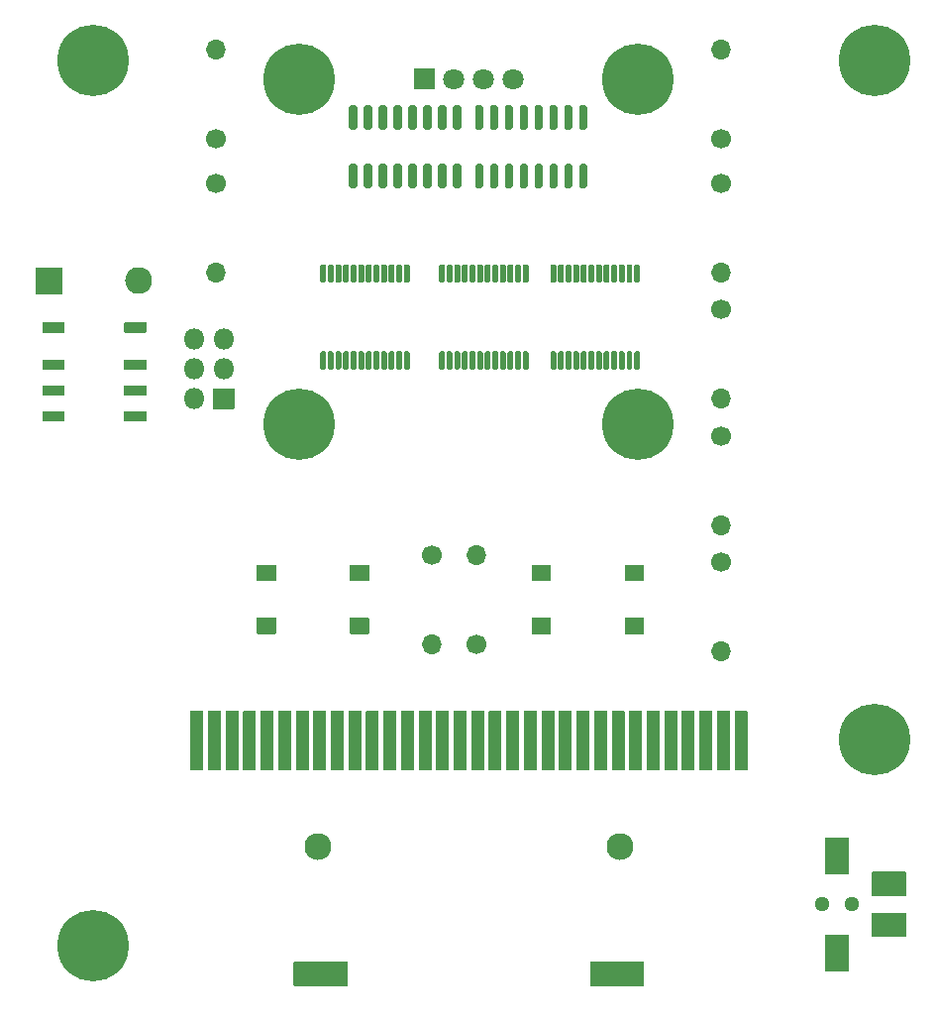
<source format=gbr>
%TF.GenerationSoftware,KiCad,Pcbnew,(5.1.7)-1*%
%TF.CreationDate,2021-08-14T14:26:18+02:00*%
%TF.ProjectId,dumper,64756d70-6572-42e6-9b69-6361645f7063,rev?*%
%TF.SameCoordinates,Original*%
%TF.FileFunction,Soldermask,Top*%
%TF.FilePolarity,Negative*%
%FSLAX46Y46*%
G04 Gerber Fmt 4.6, Leading zero omitted, Abs format (unit mm)*
G04 Created by KiCad (PCBNEW (5.1.7)-1) date 2021-08-14 14:26:18*
%MOMM*%
%LPD*%
G01*
G04 APERTURE LIST*
%ADD10C,6.100000*%
%ADD11C,1.800000*%
%ADD12O,2.300000X2.300000*%
%ADD13C,2.300000*%
%ADD14O,1.300000X1.300000*%
%ADD15O,1.700000X1.700000*%
%ADD16C,1.700000*%
%ADD17O,1.800000X1.800000*%
G04 APERTURE END LIST*
D10*
%TO.C,REF\u002A\u002A*%
X202280000Y-117340000D03*
%TD*%
%TO.C,REF\u002A\u002A*%
X135540000Y-134970000D03*
%TD*%
%TO.C,REF\u002A\u002A*%
X135540000Y-59340000D03*
%TD*%
%TO.C,REF\u002A\u002A*%
X202280000Y-59340000D03*
%TD*%
%TO.C,A2*%
X153162000Y-60960000D03*
X182118000Y-90424000D03*
X153162000Y-90424000D03*
X182118000Y-60960000D03*
G36*
G01*
X162930000Y-61810000D02*
X162930000Y-60110000D01*
G75*
G02*
X162980000Y-60060000I50000J0D01*
G01*
X164680000Y-60060000D01*
G75*
G02*
X164730000Y-60110000I0J-50000D01*
G01*
X164730000Y-61810000D01*
G75*
G02*
X164680000Y-61860000I-50000J0D01*
G01*
X162980000Y-61860000D01*
G75*
G02*
X162930000Y-61810000I0J50000D01*
G01*
G37*
D11*
X166370000Y-60960000D03*
X168910000Y-60960000D03*
X171450000Y-60960000D03*
%TD*%
D12*
%TO.C,D1*%
X139382500Y-78176120D03*
G36*
G01*
X130612500Y-79276120D02*
X130612500Y-77076120D01*
G75*
G02*
X130662500Y-77026120I50000J0D01*
G01*
X132862500Y-77026120D01*
G75*
G02*
X132912500Y-77076120I0J-50000D01*
G01*
X132912500Y-79276120D01*
G75*
G02*
X132862500Y-79326120I-50000J0D01*
G01*
X130662500Y-79326120D01*
G75*
G02*
X130612500Y-79276120I0J50000D01*
G01*
G37*
%TD*%
%TO.C,J1*%
G36*
G01*
X144940000Y-114960000D02*
X144940000Y-119960000D01*
G75*
G02*
X144890000Y-120010000I-50000J0D01*
G01*
X143890000Y-120010000D01*
G75*
G02*
X143840000Y-119960000I0J50000D01*
G01*
X143840000Y-114960000D01*
G75*
G02*
X143890000Y-114910000I50000J0D01*
G01*
X144890000Y-114910000D01*
G75*
G02*
X144940000Y-114960000I0J-50000D01*
G01*
G37*
G36*
G01*
X146440000Y-114960000D02*
X146440000Y-119960000D01*
G75*
G02*
X146390000Y-120010000I-50000J0D01*
G01*
X145390000Y-120010000D01*
G75*
G02*
X145340000Y-119960000I0J50000D01*
G01*
X145340000Y-114960000D01*
G75*
G02*
X145390000Y-114910000I50000J0D01*
G01*
X146390000Y-114910000D01*
G75*
G02*
X146440000Y-114960000I0J-50000D01*
G01*
G37*
G36*
G01*
X147940000Y-114960000D02*
X147940000Y-119960000D01*
G75*
G02*
X147890000Y-120010000I-50000J0D01*
G01*
X146890000Y-120010000D01*
G75*
G02*
X146840000Y-119960000I0J50000D01*
G01*
X146840000Y-114960000D01*
G75*
G02*
X146890000Y-114910000I50000J0D01*
G01*
X147890000Y-114910000D01*
G75*
G02*
X147940000Y-114960000I0J-50000D01*
G01*
G37*
G36*
G01*
X149440000Y-114960000D02*
X149440000Y-119960000D01*
G75*
G02*
X149390000Y-120010000I-50000J0D01*
G01*
X148390000Y-120010000D01*
G75*
G02*
X148340000Y-119960000I0J50000D01*
G01*
X148340000Y-114960000D01*
G75*
G02*
X148390000Y-114910000I50000J0D01*
G01*
X149390000Y-114910000D01*
G75*
G02*
X149440000Y-114960000I0J-50000D01*
G01*
G37*
G36*
G01*
X150940000Y-114960000D02*
X150940000Y-119960000D01*
G75*
G02*
X150890000Y-120010000I-50000J0D01*
G01*
X149890000Y-120010000D01*
G75*
G02*
X149840000Y-119960000I0J50000D01*
G01*
X149840000Y-114960000D01*
G75*
G02*
X149890000Y-114910000I50000J0D01*
G01*
X150890000Y-114910000D01*
G75*
G02*
X150940000Y-114960000I0J-50000D01*
G01*
G37*
G36*
G01*
X152440000Y-114960000D02*
X152440000Y-119960000D01*
G75*
G02*
X152390000Y-120010000I-50000J0D01*
G01*
X151390000Y-120010000D01*
G75*
G02*
X151340000Y-119960000I0J50000D01*
G01*
X151340000Y-114960000D01*
G75*
G02*
X151390000Y-114910000I50000J0D01*
G01*
X152390000Y-114910000D01*
G75*
G02*
X152440000Y-114960000I0J-50000D01*
G01*
G37*
G36*
G01*
X153940000Y-114960000D02*
X153940000Y-119960000D01*
G75*
G02*
X153890000Y-120010000I-50000J0D01*
G01*
X152890000Y-120010000D01*
G75*
G02*
X152840000Y-119960000I0J50000D01*
G01*
X152840000Y-114960000D01*
G75*
G02*
X152890000Y-114910000I50000J0D01*
G01*
X153890000Y-114910000D01*
G75*
G02*
X153940000Y-114960000I0J-50000D01*
G01*
G37*
G36*
G01*
X155440000Y-114960000D02*
X155440000Y-119960000D01*
G75*
G02*
X155390000Y-120010000I-50000J0D01*
G01*
X154390000Y-120010000D01*
G75*
G02*
X154340000Y-119960000I0J50000D01*
G01*
X154340000Y-114960000D01*
G75*
G02*
X154390000Y-114910000I50000J0D01*
G01*
X155390000Y-114910000D01*
G75*
G02*
X155440000Y-114960000I0J-50000D01*
G01*
G37*
G36*
G01*
X156940000Y-114960000D02*
X156940000Y-119960000D01*
G75*
G02*
X156890000Y-120010000I-50000J0D01*
G01*
X155890000Y-120010000D01*
G75*
G02*
X155840000Y-119960000I0J50000D01*
G01*
X155840000Y-114960000D01*
G75*
G02*
X155890000Y-114910000I50000J0D01*
G01*
X156890000Y-114910000D01*
G75*
G02*
X156940000Y-114960000I0J-50000D01*
G01*
G37*
G36*
G01*
X158440000Y-114960000D02*
X158440000Y-119960000D01*
G75*
G02*
X158390000Y-120010000I-50000J0D01*
G01*
X157390000Y-120010000D01*
G75*
G02*
X157340000Y-119960000I0J50000D01*
G01*
X157340000Y-114960000D01*
G75*
G02*
X157390000Y-114910000I50000J0D01*
G01*
X158390000Y-114910000D01*
G75*
G02*
X158440000Y-114960000I0J-50000D01*
G01*
G37*
G36*
G01*
X159940000Y-114960000D02*
X159940000Y-119960000D01*
G75*
G02*
X159890000Y-120010000I-50000J0D01*
G01*
X158890000Y-120010000D01*
G75*
G02*
X158840000Y-119960000I0J50000D01*
G01*
X158840000Y-114960000D01*
G75*
G02*
X158890000Y-114910000I50000J0D01*
G01*
X159890000Y-114910000D01*
G75*
G02*
X159940000Y-114960000I0J-50000D01*
G01*
G37*
G36*
G01*
X161440000Y-114960000D02*
X161440000Y-119960000D01*
G75*
G02*
X161390000Y-120010000I-50000J0D01*
G01*
X160390000Y-120010000D01*
G75*
G02*
X160340000Y-119960000I0J50000D01*
G01*
X160340000Y-114960000D01*
G75*
G02*
X160390000Y-114910000I50000J0D01*
G01*
X161390000Y-114910000D01*
G75*
G02*
X161440000Y-114960000I0J-50000D01*
G01*
G37*
G36*
G01*
X162940000Y-114960000D02*
X162940000Y-119960000D01*
G75*
G02*
X162890000Y-120010000I-50000J0D01*
G01*
X161890000Y-120010000D01*
G75*
G02*
X161840000Y-119960000I0J50000D01*
G01*
X161840000Y-114960000D01*
G75*
G02*
X161890000Y-114910000I50000J0D01*
G01*
X162890000Y-114910000D01*
G75*
G02*
X162940000Y-114960000I0J-50000D01*
G01*
G37*
G36*
G01*
X164440000Y-114960000D02*
X164440000Y-119960000D01*
G75*
G02*
X164390000Y-120010000I-50000J0D01*
G01*
X163390000Y-120010000D01*
G75*
G02*
X163340000Y-119960000I0J50000D01*
G01*
X163340000Y-114960000D01*
G75*
G02*
X163390000Y-114910000I50000J0D01*
G01*
X164390000Y-114910000D01*
G75*
G02*
X164440000Y-114960000I0J-50000D01*
G01*
G37*
G36*
G01*
X165940000Y-114960000D02*
X165940000Y-119960000D01*
G75*
G02*
X165890000Y-120010000I-50000J0D01*
G01*
X164890000Y-120010000D01*
G75*
G02*
X164840000Y-119960000I0J50000D01*
G01*
X164840000Y-114960000D01*
G75*
G02*
X164890000Y-114910000I50000J0D01*
G01*
X165890000Y-114910000D01*
G75*
G02*
X165940000Y-114960000I0J-50000D01*
G01*
G37*
G36*
G01*
X167440000Y-114960000D02*
X167440000Y-119960000D01*
G75*
G02*
X167390000Y-120010000I-50000J0D01*
G01*
X166390000Y-120010000D01*
G75*
G02*
X166340000Y-119960000I0J50000D01*
G01*
X166340000Y-114960000D01*
G75*
G02*
X166390000Y-114910000I50000J0D01*
G01*
X167390000Y-114910000D01*
G75*
G02*
X167440000Y-114960000I0J-50000D01*
G01*
G37*
G36*
G01*
X168940000Y-114960000D02*
X168940000Y-119960000D01*
G75*
G02*
X168890000Y-120010000I-50000J0D01*
G01*
X167890000Y-120010000D01*
G75*
G02*
X167840000Y-119960000I0J50000D01*
G01*
X167840000Y-114960000D01*
G75*
G02*
X167890000Y-114910000I50000J0D01*
G01*
X168890000Y-114910000D01*
G75*
G02*
X168940000Y-114960000I0J-50000D01*
G01*
G37*
G36*
G01*
X171940000Y-114960000D02*
X171940000Y-119960000D01*
G75*
G02*
X171890000Y-120010000I-50000J0D01*
G01*
X170890000Y-120010000D01*
G75*
G02*
X170840000Y-119960000I0J50000D01*
G01*
X170840000Y-114960000D01*
G75*
G02*
X170890000Y-114910000I50000J0D01*
G01*
X171890000Y-114910000D01*
G75*
G02*
X171940000Y-114960000I0J-50000D01*
G01*
G37*
G36*
G01*
X173440000Y-114960000D02*
X173440000Y-119960000D01*
G75*
G02*
X173390000Y-120010000I-50000J0D01*
G01*
X172390000Y-120010000D01*
G75*
G02*
X172340000Y-119960000I0J50000D01*
G01*
X172340000Y-114960000D01*
G75*
G02*
X172390000Y-114910000I50000J0D01*
G01*
X173390000Y-114910000D01*
G75*
G02*
X173440000Y-114960000I0J-50000D01*
G01*
G37*
G36*
G01*
X174940000Y-114960000D02*
X174940000Y-119960000D01*
G75*
G02*
X174890000Y-120010000I-50000J0D01*
G01*
X173890000Y-120010000D01*
G75*
G02*
X173840000Y-119960000I0J50000D01*
G01*
X173840000Y-114960000D01*
G75*
G02*
X173890000Y-114910000I50000J0D01*
G01*
X174890000Y-114910000D01*
G75*
G02*
X174940000Y-114960000I0J-50000D01*
G01*
G37*
G36*
G01*
X176440000Y-114960000D02*
X176440000Y-119960000D01*
G75*
G02*
X176390000Y-120010000I-50000J0D01*
G01*
X175390000Y-120010000D01*
G75*
G02*
X175340000Y-119960000I0J50000D01*
G01*
X175340000Y-114960000D01*
G75*
G02*
X175390000Y-114910000I50000J0D01*
G01*
X176390000Y-114910000D01*
G75*
G02*
X176440000Y-114960000I0J-50000D01*
G01*
G37*
G36*
G01*
X177940000Y-114960000D02*
X177940000Y-119960000D01*
G75*
G02*
X177890000Y-120010000I-50000J0D01*
G01*
X176890000Y-120010000D01*
G75*
G02*
X176840000Y-119960000I0J50000D01*
G01*
X176840000Y-114960000D01*
G75*
G02*
X176890000Y-114910000I50000J0D01*
G01*
X177890000Y-114910000D01*
G75*
G02*
X177940000Y-114960000I0J-50000D01*
G01*
G37*
G36*
G01*
X179440000Y-114960000D02*
X179440000Y-119960000D01*
G75*
G02*
X179390000Y-120010000I-50000J0D01*
G01*
X178390000Y-120010000D01*
G75*
G02*
X178340000Y-119960000I0J50000D01*
G01*
X178340000Y-114960000D01*
G75*
G02*
X178390000Y-114910000I50000J0D01*
G01*
X179390000Y-114910000D01*
G75*
G02*
X179440000Y-114960000I0J-50000D01*
G01*
G37*
G36*
G01*
X180940000Y-114960000D02*
X180940000Y-119960000D01*
G75*
G02*
X180890000Y-120010000I-50000J0D01*
G01*
X179890000Y-120010000D01*
G75*
G02*
X179840000Y-119960000I0J50000D01*
G01*
X179840000Y-114960000D01*
G75*
G02*
X179890000Y-114910000I50000J0D01*
G01*
X180890000Y-114910000D01*
G75*
G02*
X180940000Y-114960000I0J-50000D01*
G01*
G37*
G36*
G01*
X182440000Y-114960000D02*
X182440000Y-119960000D01*
G75*
G02*
X182390000Y-120010000I-50000J0D01*
G01*
X181390000Y-120010000D01*
G75*
G02*
X181340000Y-119960000I0J50000D01*
G01*
X181340000Y-114960000D01*
G75*
G02*
X181390000Y-114910000I50000J0D01*
G01*
X182390000Y-114910000D01*
G75*
G02*
X182440000Y-114960000I0J-50000D01*
G01*
G37*
G36*
G01*
X183940000Y-114960000D02*
X183940000Y-119960000D01*
G75*
G02*
X183890000Y-120010000I-50000J0D01*
G01*
X182890000Y-120010000D01*
G75*
G02*
X182840000Y-119960000I0J50000D01*
G01*
X182840000Y-114960000D01*
G75*
G02*
X182890000Y-114910000I50000J0D01*
G01*
X183890000Y-114910000D01*
G75*
G02*
X183940000Y-114960000I0J-50000D01*
G01*
G37*
G36*
G01*
X185440000Y-114960000D02*
X185440000Y-119960000D01*
G75*
G02*
X185390000Y-120010000I-50000J0D01*
G01*
X184390000Y-120010000D01*
G75*
G02*
X184340000Y-119960000I0J50000D01*
G01*
X184340000Y-114960000D01*
G75*
G02*
X184390000Y-114910000I50000J0D01*
G01*
X185390000Y-114910000D01*
G75*
G02*
X185440000Y-114960000I0J-50000D01*
G01*
G37*
G36*
G01*
X186940000Y-114960000D02*
X186940000Y-119960000D01*
G75*
G02*
X186890000Y-120010000I-50000J0D01*
G01*
X185890000Y-120010000D01*
G75*
G02*
X185840000Y-119960000I0J50000D01*
G01*
X185840000Y-114960000D01*
G75*
G02*
X185890000Y-114910000I50000J0D01*
G01*
X186890000Y-114910000D01*
G75*
G02*
X186940000Y-114960000I0J-50000D01*
G01*
G37*
G36*
G01*
X188440000Y-114960000D02*
X188440000Y-119960000D01*
G75*
G02*
X188390000Y-120010000I-50000J0D01*
G01*
X187390000Y-120010000D01*
G75*
G02*
X187340000Y-119960000I0J50000D01*
G01*
X187340000Y-114960000D01*
G75*
G02*
X187390000Y-114910000I50000J0D01*
G01*
X188390000Y-114910000D01*
G75*
G02*
X188440000Y-114960000I0J-50000D01*
G01*
G37*
G36*
G01*
X189940000Y-114960000D02*
X189940000Y-119960000D01*
G75*
G02*
X189890000Y-120010000I-50000J0D01*
G01*
X188890000Y-120010000D01*
G75*
G02*
X188840000Y-119960000I0J50000D01*
G01*
X188840000Y-114960000D01*
G75*
G02*
X188890000Y-114910000I50000J0D01*
G01*
X189890000Y-114910000D01*
G75*
G02*
X189940000Y-114960000I0J-50000D01*
G01*
G37*
G36*
G01*
X170440000Y-114960000D02*
X170440000Y-119960000D01*
G75*
G02*
X170390000Y-120010000I-50000J0D01*
G01*
X169390000Y-120010000D01*
G75*
G02*
X169340000Y-119960000I0J50000D01*
G01*
X169340000Y-114960000D01*
G75*
G02*
X169390000Y-114910000I50000J0D01*
G01*
X170390000Y-114910000D01*
G75*
G02*
X170440000Y-114960000I0J-50000D01*
G01*
G37*
G36*
G01*
X191440000Y-114960000D02*
X191440000Y-119960000D01*
G75*
G02*
X191390000Y-120010000I-50000J0D01*
G01*
X190390000Y-120010000D01*
G75*
G02*
X190340000Y-119960000I0J50000D01*
G01*
X190340000Y-114960000D01*
G75*
G02*
X190390000Y-114910000I50000J0D01*
G01*
X191390000Y-114910000D01*
G75*
G02*
X191440000Y-114960000I0J-50000D01*
G01*
G37*
G36*
G01*
X182622040Y-136380800D02*
X182622040Y-138380800D01*
G75*
G02*
X182572040Y-138430800I-50000J0D01*
G01*
X178072040Y-138430800D01*
G75*
G02*
X178022040Y-138380800I0J50000D01*
G01*
X178022040Y-136380800D01*
G75*
G02*
X178072040Y-136330800I50000J0D01*
G01*
X182572040Y-136330800D01*
G75*
G02*
X182622040Y-136380800I0J-50000D01*
G01*
G37*
G36*
G01*
X157257960Y-136380800D02*
X157257960Y-138380800D01*
G75*
G02*
X157207960Y-138430800I-50000J0D01*
G01*
X152707960Y-138430800D01*
G75*
G02*
X152657960Y-138380800I0J50000D01*
G01*
X152657960Y-136380800D01*
G75*
G02*
X152707960Y-136330800I50000J0D01*
G01*
X157207960Y-136330800D01*
G75*
G02*
X157257960Y-136380800I0J-50000D01*
G01*
G37*
D13*
X154707960Y-126507240D03*
X180572040Y-126507240D03*
%TD*%
%TO.C,U5*%
G36*
G01*
X162200000Y-84205000D02*
X162450000Y-84205000D01*
G75*
G02*
X162575000Y-84330000I0J-125000D01*
G01*
X162575000Y-85655000D01*
G75*
G02*
X162450000Y-85780000I-125000J0D01*
G01*
X162200000Y-85780000D01*
G75*
G02*
X162075000Y-85655000I0J125000D01*
G01*
X162075000Y-84330000D01*
G75*
G02*
X162200000Y-84205000I125000J0D01*
G01*
G37*
G36*
G01*
X161550000Y-84205000D02*
X161800000Y-84205000D01*
G75*
G02*
X161925000Y-84330000I0J-125000D01*
G01*
X161925000Y-85655000D01*
G75*
G02*
X161800000Y-85780000I-125000J0D01*
G01*
X161550000Y-85780000D01*
G75*
G02*
X161425000Y-85655000I0J125000D01*
G01*
X161425000Y-84330000D01*
G75*
G02*
X161550000Y-84205000I125000J0D01*
G01*
G37*
G36*
G01*
X160900000Y-84205000D02*
X161150000Y-84205000D01*
G75*
G02*
X161275000Y-84330000I0J-125000D01*
G01*
X161275000Y-85655000D01*
G75*
G02*
X161150000Y-85780000I-125000J0D01*
G01*
X160900000Y-85780000D01*
G75*
G02*
X160775000Y-85655000I0J125000D01*
G01*
X160775000Y-84330000D01*
G75*
G02*
X160900000Y-84205000I125000J0D01*
G01*
G37*
G36*
G01*
X160250000Y-84205000D02*
X160500000Y-84205000D01*
G75*
G02*
X160625000Y-84330000I0J-125000D01*
G01*
X160625000Y-85655000D01*
G75*
G02*
X160500000Y-85780000I-125000J0D01*
G01*
X160250000Y-85780000D01*
G75*
G02*
X160125000Y-85655000I0J125000D01*
G01*
X160125000Y-84330000D01*
G75*
G02*
X160250000Y-84205000I125000J0D01*
G01*
G37*
G36*
G01*
X159600000Y-84205000D02*
X159850000Y-84205000D01*
G75*
G02*
X159975000Y-84330000I0J-125000D01*
G01*
X159975000Y-85655000D01*
G75*
G02*
X159850000Y-85780000I-125000J0D01*
G01*
X159600000Y-85780000D01*
G75*
G02*
X159475000Y-85655000I0J125000D01*
G01*
X159475000Y-84330000D01*
G75*
G02*
X159600000Y-84205000I125000J0D01*
G01*
G37*
G36*
G01*
X158950000Y-84205000D02*
X159200000Y-84205000D01*
G75*
G02*
X159325000Y-84330000I0J-125000D01*
G01*
X159325000Y-85655000D01*
G75*
G02*
X159200000Y-85780000I-125000J0D01*
G01*
X158950000Y-85780000D01*
G75*
G02*
X158825000Y-85655000I0J125000D01*
G01*
X158825000Y-84330000D01*
G75*
G02*
X158950000Y-84205000I125000J0D01*
G01*
G37*
G36*
G01*
X158300000Y-84205000D02*
X158550000Y-84205000D01*
G75*
G02*
X158675000Y-84330000I0J-125000D01*
G01*
X158675000Y-85655000D01*
G75*
G02*
X158550000Y-85780000I-125000J0D01*
G01*
X158300000Y-85780000D01*
G75*
G02*
X158175000Y-85655000I0J125000D01*
G01*
X158175000Y-84330000D01*
G75*
G02*
X158300000Y-84205000I125000J0D01*
G01*
G37*
G36*
G01*
X157650000Y-84205000D02*
X157900000Y-84205000D01*
G75*
G02*
X158025000Y-84330000I0J-125000D01*
G01*
X158025000Y-85655000D01*
G75*
G02*
X157900000Y-85780000I-125000J0D01*
G01*
X157650000Y-85780000D01*
G75*
G02*
X157525000Y-85655000I0J125000D01*
G01*
X157525000Y-84330000D01*
G75*
G02*
X157650000Y-84205000I125000J0D01*
G01*
G37*
G36*
G01*
X157000000Y-84205000D02*
X157250000Y-84205000D01*
G75*
G02*
X157375000Y-84330000I0J-125000D01*
G01*
X157375000Y-85655000D01*
G75*
G02*
X157250000Y-85780000I-125000J0D01*
G01*
X157000000Y-85780000D01*
G75*
G02*
X156875000Y-85655000I0J125000D01*
G01*
X156875000Y-84330000D01*
G75*
G02*
X157000000Y-84205000I125000J0D01*
G01*
G37*
G36*
G01*
X156350000Y-84205000D02*
X156600000Y-84205000D01*
G75*
G02*
X156725000Y-84330000I0J-125000D01*
G01*
X156725000Y-85655000D01*
G75*
G02*
X156600000Y-85780000I-125000J0D01*
G01*
X156350000Y-85780000D01*
G75*
G02*
X156225000Y-85655000I0J125000D01*
G01*
X156225000Y-84330000D01*
G75*
G02*
X156350000Y-84205000I125000J0D01*
G01*
G37*
G36*
G01*
X155700000Y-84205000D02*
X155950000Y-84205000D01*
G75*
G02*
X156075000Y-84330000I0J-125000D01*
G01*
X156075000Y-85655000D01*
G75*
G02*
X155950000Y-85780000I-125000J0D01*
G01*
X155700000Y-85780000D01*
G75*
G02*
X155575000Y-85655000I0J125000D01*
G01*
X155575000Y-84330000D01*
G75*
G02*
X155700000Y-84205000I125000J0D01*
G01*
G37*
G36*
G01*
X155050000Y-84205000D02*
X155300000Y-84205000D01*
G75*
G02*
X155425000Y-84330000I0J-125000D01*
G01*
X155425000Y-85655000D01*
G75*
G02*
X155300000Y-85780000I-125000J0D01*
G01*
X155050000Y-85780000D01*
G75*
G02*
X154925000Y-85655000I0J125000D01*
G01*
X154925000Y-84330000D01*
G75*
G02*
X155050000Y-84205000I125000J0D01*
G01*
G37*
G36*
G01*
X155050000Y-76780000D02*
X155300000Y-76780000D01*
G75*
G02*
X155425000Y-76905000I0J-125000D01*
G01*
X155425000Y-78230000D01*
G75*
G02*
X155300000Y-78355000I-125000J0D01*
G01*
X155050000Y-78355000D01*
G75*
G02*
X154925000Y-78230000I0J125000D01*
G01*
X154925000Y-76905000D01*
G75*
G02*
X155050000Y-76780000I125000J0D01*
G01*
G37*
G36*
G01*
X155700000Y-76780000D02*
X155950000Y-76780000D01*
G75*
G02*
X156075000Y-76905000I0J-125000D01*
G01*
X156075000Y-78230000D01*
G75*
G02*
X155950000Y-78355000I-125000J0D01*
G01*
X155700000Y-78355000D01*
G75*
G02*
X155575000Y-78230000I0J125000D01*
G01*
X155575000Y-76905000D01*
G75*
G02*
X155700000Y-76780000I125000J0D01*
G01*
G37*
G36*
G01*
X156350000Y-76780000D02*
X156600000Y-76780000D01*
G75*
G02*
X156725000Y-76905000I0J-125000D01*
G01*
X156725000Y-78230000D01*
G75*
G02*
X156600000Y-78355000I-125000J0D01*
G01*
X156350000Y-78355000D01*
G75*
G02*
X156225000Y-78230000I0J125000D01*
G01*
X156225000Y-76905000D01*
G75*
G02*
X156350000Y-76780000I125000J0D01*
G01*
G37*
G36*
G01*
X157000000Y-76780000D02*
X157250000Y-76780000D01*
G75*
G02*
X157375000Y-76905000I0J-125000D01*
G01*
X157375000Y-78230000D01*
G75*
G02*
X157250000Y-78355000I-125000J0D01*
G01*
X157000000Y-78355000D01*
G75*
G02*
X156875000Y-78230000I0J125000D01*
G01*
X156875000Y-76905000D01*
G75*
G02*
X157000000Y-76780000I125000J0D01*
G01*
G37*
G36*
G01*
X157650000Y-76780000D02*
X157900000Y-76780000D01*
G75*
G02*
X158025000Y-76905000I0J-125000D01*
G01*
X158025000Y-78230000D01*
G75*
G02*
X157900000Y-78355000I-125000J0D01*
G01*
X157650000Y-78355000D01*
G75*
G02*
X157525000Y-78230000I0J125000D01*
G01*
X157525000Y-76905000D01*
G75*
G02*
X157650000Y-76780000I125000J0D01*
G01*
G37*
G36*
G01*
X158300000Y-76780000D02*
X158550000Y-76780000D01*
G75*
G02*
X158675000Y-76905000I0J-125000D01*
G01*
X158675000Y-78230000D01*
G75*
G02*
X158550000Y-78355000I-125000J0D01*
G01*
X158300000Y-78355000D01*
G75*
G02*
X158175000Y-78230000I0J125000D01*
G01*
X158175000Y-76905000D01*
G75*
G02*
X158300000Y-76780000I125000J0D01*
G01*
G37*
G36*
G01*
X158950000Y-76780000D02*
X159200000Y-76780000D01*
G75*
G02*
X159325000Y-76905000I0J-125000D01*
G01*
X159325000Y-78230000D01*
G75*
G02*
X159200000Y-78355000I-125000J0D01*
G01*
X158950000Y-78355000D01*
G75*
G02*
X158825000Y-78230000I0J125000D01*
G01*
X158825000Y-76905000D01*
G75*
G02*
X158950000Y-76780000I125000J0D01*
G01*
G37*
G36*
G01*
X159600000Y-76780000D02*
X159850000Y-76780000D01*
G75*
G02*
X159975000Y-76905000I0J-125000D01*
G01*
X159975000Y-78230000D01*
G75*
G02*
X159850000Y-78355000I-125000J0D01*
G01*
X159600000Y-78355000D01*
G75*
G02*
X159475000Y-78230000I0J125000D01*
G01*
X159475000Y-76905000D01*
G75*
G02*
X159600000Y-76780000I125000J0D01*
G01*
G37*
G36*
G01*
X160250000Y-76780000D02*
X160500000Y-76780000D01*
G75*
G02*
X160625000Y-76905000I0J-125000D01*
G01*
X160625000Y-78230000D01*
G75*
G02*
X160500000Y-78355000I-125000J0D01*
G01*
X160250000Y-78355000D01*
G75*
G02*
X160125000Y-78230000I0J125000D01*
G01*
X160125000Y-76905000D01*
G75*
G02*
X160250000Y-76780000I125000J0D01*
G01*
G37*
G36*
G01*
X160900000Y-76780000D02*
X161150000Y-76780000D01*
G75*
G02*
X161275000Y-76905000I0J-125000D01*
G01*
X161275000Y-78230000D01*
G75*
G02*
X161150000Y-78355000I-125000J0D01*
G01*
X160900000Y-78355000D01*
G75*
G02*
X160775000Y-78230000I0J125000D01*
G01*
X160775000Y-76905000D01*
G75*
G02*
X160900000Y-76780000I125000J0D01*
G01*
G37*
G36*
G01*
X161550000Y-76780000D02*
X161800000Y-76780000D01*
G75*
G02*
X161925000Y-76905000I0J-125000D01*
G01*
X161925000Y-78230000D01*
G75*
G02*
X161800000Y-78355000I-125000J0D01*
G01*
X161550000Y-78355000D01*
G75*
G02*
X161425000Y-78230000I0J125000D01*
G01*
X161425000Y-76905000D01*
G75*
G02*
X161550000Y-76780000I125000J0D01*
G01*
G37*
G36*
G01*
X162200000Y-76780000D02*
X162450000Y-76780000D01*
G75*
G02*
X162575000Y-76905000I0J-125000D01*
G01*
X162575000Y-78230000D01*
G75*
G02*
X162450000Y-78355000I-125000J0D01*
G01*
X162200000Y-78355000D01*
G75*
G02*
X162075000Y-78230000I0J125000D01*
G01*
X162075000Y-76905000D01*
G75*
G02*
X162200000Y-76780000I125000J0D01*
G01*
G37*
%TD*%
%TO.C,U4*%
G36*
G01*
X172360000Y-84205000D02*
X172610000Y-84205000D01*
G75*
G02*
X172735000Y-84330000I0J-125000D01*
G01*
X172735000Y-85655000D01*
G75*
G02*
X172610000Y-85780000I-125000J0D01*
G01*
X172360000Y-85780000D01*
G75*
G02*
X172235000Y-85655000I0J125000D01*
G01*
X172235000Y-84330000D01*
G75*
G02*
X172360000Y-84205000I125000J0D01*
G01*
G37*
G36*
G01*
X171710000Y-84205000D02*
X171960000Y-84205000D01*
G75*
G02*
X172085000Y-84330000I0J-125000D01*
G01*
X172085000Y-85655000D01*
G75*
G02*
X171960000Y-85780000I-125000J0D01*
G01*
X171710000Y-85780000D01*
G75*
G02*
X171585000Y-85655000I0J125000D01*
G01*
X171585000Y-84330000D01*
G75*
G02*
X171710000Y-84205000I125000J0D01*
G01*
G37*
G36*
G01*
X171060000Y-84205000D02*
X171310000Y-84205000D01*
G75*
G02*
X171435000Y-84330000I0J-125000D01*
G01*
X171435000Y-85655000D01*
G75*
G02*
X171310000Y-85780000I-125000J0D01*
G01*
X171060000Y-85780000D01*
G75*
G02*
X170935000Y-85655000I0J125000D01*
G01*
X170935000Y-84330000D01*
G75*
G02*
X171060000Y-84205000I125000J0D01*
G01*
G37*
G36*
G01*
X170410000Y-84205000D02*
X170660000Y-84205000D01*
G75*
G02*
X170785000Y-84330000I0J-125000D01*
G01*
X170785000Y-85655000D01*
G75*
G02*
X170660000Y-85780000I-125000J0D01*
G01*
X170410000Y-85780000D01*
G75*
G02*
X170285000Y-85655000I0J125000D01*
G01*
X170285000Y-84330000D01*
G75*
G02*
X170410000Y-84205000I125000J0D01*
G01*
G37*
G36*
G01*
X169760000Y-84205000D02*
X170010000Y-84205000D01*
G75*
G02*
X170135000Y-84330000I0J-125000D01*
G01*
X170135000Y-85655000D01*
G75*
G02*
X170010000Y-85780000I-125000J0D01*
G01*
X169760000Y-85780000D01*
G75*
G02*
X169635000Y-85655000I0J125000D01*
G01*
X169635000Y-84330000D01*
G75*
G02*
X169760000Y-84205000I125000J0D01*
G01*
G37*
G36*
G01*
X169110000Y-84205000D02*
X169360000Y-84205000D01*
G75*
G02*
X169485000Y-84330000I0J-125000D01*
G01*
X169485000Y-85655000D01*
G75*
G02*
X169360000Y-85780000I-125000J0D01*
G01*
X169110000Y-85780000D01*
G75*
G02*
X168985000Y-85655000I0J125000D01*
G01*
X168985000Y-84330000D01*
G75*
G02*
X169110000Y-84205000I125000J0D01*
G01*
G37*
G36*
G01*
X168460000Y-84205000D02*
X168710000Y-84205000D01*
G75*
G02*
X168835000Y-84330000I0J-125000D01*
G01*
X168835000Y-85655000D01*
G75*
G02*
X168710000Y-85780000I-125000J0D01*
G01*
X168460000Y-85780000D01*
G75*
G02*
X168335000Y-85655000I0J125000D01*
G01*
X168335000Y-84330000D01*
G75*
G02*
X168460000Y-84205000I125000J0D01*
G01*
G37*
G36*
G01*
X167810000Y-84205000D02*
X168060000Y-84205000D01*
G75*
G02*
X168185000Y-84330000I0J-125000D01*
G01*
X168185000Y-85655000D01*
G75*
G02*
X168060000Y-85780000I-125000J0D01*
G01*
X167810000Y-85780000D01*
G75*
G02*
X167685000Y-85655000I0J125000D01*
G01*
X167685000Y-84330000D01*
G75*
G02*
X167810000Y-84205000I125000J0D01*
G01*
G37*
G36*
G01*
X167160000Y-84205000D02*
X167410000Y-84205000D01*
G75*
G02*
X167535000Y-84330000I0J-125000D01*
G01*
X167535000Y-85655000D01*
G75*
G02*
X167410000Y-85780000I-125000J0D01*
G01*
X167160000Y-85780000D01*
G75*
G02*
X167035000Y-85655000I0J125000D01*
G01*
X167035000Y-84330000D01*
G75*
G02*
X167160000Y-84205000I125000J0D01*
G01*
G37*
G36*
G01*
X166510000Y-84205000D02*
X166760000Y-84205000D01*
G75*
G02*
X166885000Y-84330000I0J-125000D01*
G01*
X166885000Y-85655000D01*
G75*
G02*
X166760000Y-85780000I-125000J0D01*
G01*
X166510000Y-85780000D01*
G75*
G02*
X166385000Y-85655000I0J125000D01*
G01*
X166385000Y-84330000D01*
G75*
G02*
X166510000Y-84205000I125000J0D01*
G01*
G37*
G36*
G01*
X165860000Y-84205000D02*
X166110000Y-84205000D01*
G75*
G02*
X166235000Y-84330000I0J-125000D01*
G01*
X166235000Y-85655000D01*
G75*
G02*
X166110000Y-85780000I-125000J0D01*
G01*
X165860000Y-85780000D01*
G75*
G02*
X165735000Y-85655000I0J125000D01*
G01*
X165735000Y-84330000D01*
G75*
G02*
X165860000Y-84205000I125000J0D01*
G01*
G37*
G36*
G01*
X165210000Y-84205000D02*
X165460000Y-84205000D01*
G75*
G02*
X165585000Y-84330000I0J-125000D01*
G01*
X165585000Y-85655000D01*
G75*
G02*
X165460000Y-85780000I-125000J0D01*
G01*
X165210000Y-85780000D01*
G75*
G02*
X165085000Y-85655000I0J125000D01*
G01*
X165085000Y-84330000D01*
G75*
G02*
X165210000Y-84205000I125000J0D01*
G01*
G37*
G36*
G01*
X165210000Y-76780000D02*
X165460000Y-76780000D01*
G75*
G02*
X165585000Y-76905000I0J-125000D01*
G01*
X165585000Y-78230000D01*
G75*
G02*
X165460000Y-78355000I-125000J0D01*
G01*
X165210000Y-78355000D01*
G75*
G02*
X165085000Y-78230000I0J125000D01*
G01*
X165085000Y-76905000D01*
G75*
G02*
X165210000Y-76780000I125000J0D01*
G01*
G37*
G36*
G01*
X165860000Y-76780000D02*
X166110000Y-76780000D01*
G75*
G02*
X166235000Y-76905000I0J-125000D01*
G01*
X166235000Y-78230000D01*
G75*
G02*
X166110000Y-78355000I-125000J0D01*
G01*
X165860000Y-78355000D01*
G75*
G02*
X165735000Y-78230000I0J125000D01*
G01*
X165735000Y-76905000D01*
G75*
G02*
X165860000Y-76780000I125000J0D01*
G01*
G37*
G36*
G01*
X166510000Y-76780000D02*
X166760000Y-76780000D01*
G75*
G02*
X166885000Y-76905000I0J-125000D01*
G01*
X166885000Y-78230000D01*
G75*
G02*
X166760000Y-78355000I-125000J0D01*
G01*
X166510000Y-78355000D01*
G75*
G02*
X166385000Y-78230000I0J125000D01*
G01*
X166385000Y-76905000D01*
G75*
G02*
X166510000Y-76780000I125000J0D01*
G01*
G37*
G36*
G01*
X167160000Y-76780000D02*
X167410000Y-76780000D01*
G75*
G02*
X167535000Y-76905000I0J-125000D01*
G01*
X167535000Y-78230000D01*
G75*
G02*
X167410000Y-78355000I-125000J0D01*
G01*
X167160000Y-78355000D01*
G75*
G02*
X167035000Y-78230000I0J125000D01*
G01*
X167035000Y-76905000D01*
G75*
G02*
X167160000Y-76780000I125000J0D01*
G01*
G37*
G36*
G01*
X167810000Y-76780000D02*
X168060000Y-76780000D01*
G75*
G02*
X168185000Y-76905000I0J-125000D01*
G01*
X168185000Y-78230000D01*
G75*
G02*
X168060000Y-78355000I-125000J0D01*
G01*
X167810000Y-78355000D01*
G75*
G02*
X167685000Y-78230000I0J125000D01*
G01*
X167685000Y-76905000D01*
G75*
G02*
X167810000Y-76780000I125000J0D01*
G01*
G37*
G36*
G01*
X168460000Y-76780000D02*
X168710000Y-76780000D01*
G75*
G02*
X168835000Y-76905000I0J-125000D01*
G01*
X168835000Y-78230000D01*
G75*
G02*
X168710000Y-78355000I-125000J0D01*
G01*
X168460000Y-78355000D01*
G75*
G02*
X168335000Y-78230000I0J125000D01*
G01*
X168335000Y-76905000D01*
G75*
G02*
X168460000Y-76780000I125000J0D01*
G01*
G37*
G36*
G01*
X169110000Y-76780000D02*
X169360000Y-76780000D01*
G75*
G02*
X169485000Y-76905000I0J-125000D01*
G01*
X169485000Y-78230000D01*
G75*
G02*
X169360000Y-78355000I-125000J0D01*
G01*
X169110000Y-78355000D01*
G75*
G02*
X168985000Y-78230000I0J125000D01*
G01*
X168985000Y-76905000D01*
G75*
G02*
X169110000Y-76780000I125000J0D01*
G01*
G37*
G36*
G01*
X169760000Y-76780000D02*
X170010000Y-76780000D01*
G75*
G02*
X170135000Y-76905000I0J-125000D01*
G01*
X170135000Y-78230000D01*
G75*
G02*
X170010000Y-78355000I-125000J0D01*
G01*
X169760000Y-78355000D01*
G75*
G02*
X169635000Y-78230000I0J125000D01*
G01*
X169635000Y-76905000D01*
G75*
G02*
X169760000Y-76780000I125000J0D01*
G01*
G37*
G36*
G01*
X170410000Y-76780000D02*
X170660000Y-76780000D01*
G75*
G02*
X170785000Y-76905000I0J-125000D01*
G01*
X170785000Y-78230000D01*
G75*
G02*
X170660000Y-78355000I-125000J0D01*
G01*
X170410000Y-78355000D01*
G75*
G02*
X170285000Y-78230000I0J125000D01*
G01*
X170285000Y-76905000D01*
G75*
G02*
X170410000Y-76780000I125000J0D01*
G01*
G37*
G36*
G01*
X171060000Y-76780000D02*
X171310000Y-76780000D01*
G75*
G02*
X171435000Y-76905000I0J-125000D01*
G01*
X171435000Y-78230000D01*
G75*
G02*
X171310000Y-78355000I-125000J0D01*
G01*
X171060000Y-78355000D01*
G75*
G02*
X170935000Y-78230000I0J125000D01*
G01*
X170935000Y-76905000D01*
G75*
G02*
X171060000Y-76780000I125000J0D01*
G01*
G37*
G36*
G01*
X171710000Y-76780000D02*
X171960000Y-76780000D01*
G75*
G02*
X172085000Y-76905000I0J-125000D01*
G01*
X172085000Y-78230000D01*
G75*
G02*
X171960000Y-78355000I-125000J0D01*
G01*
X171710000Y-78355000D01*
G75*
G02*
X171585000Y-78230000I0J125000D01*
G01*
X171585000Y-76905000D01*
G75*
G02*
X171710000Y-76780000I125000J0D01*
G01*
G37*
G36*
G01*
X172360000Y-76780000D02*
X172610000Y-76780000D01*
G75*
G02*
X172735000Y-76905000I0J-125000D01*
G01*
X172735000Y-78230000D01*
G75*
G02*
X172610000Y-78355000I-125000J0D01*
G01*
X172360000Y-78355000D01*
G75*
G02*
X172235000Y-78230000I0J125000D01*
G01*
X172235000Y-76905000D01*
G75*
G02*
X172360000Y-76780000I125000J0D01*
G01*
G37*
%TD*%
%TO.C,U3*%
G36*
G01*
X157906460Y-65288500D02*
X157556460Y-65288500D01*
G75*
G02*
X157381460Y-65113500I0J175000D01*
G01*
X157381460Y-63363500D01*
G75*
G02*
X157556460Y-63188500I175000J0D01*
G01*
X157906460Y-63188500D01*
G75*
G02*
X158081460Y-63363500I0J-175000D01*
G01*
X158081460Y-65113500D01*
G75*
G02*
X157906460Y-65288500I-175000J0D01*
G01*
G37*
G36*
G01*
X159176460Y-65288500D02*
X158826460Y-65288500D01*
G75*
G02*
X158651460Y-65113500I0J175000D01*
G01*
X158651460Y-63363500D01*
G75*
G02*
X158826460Y-63188500I175000J0D01*
G01*
X159176460Y-63188500D01*
G75*
G02*
X159351460Y-63363500I0J-175000D01*
G01*
X159351460Y-65113500D01*
G75*
G02*
X159176460Y-65288500I-175000J0D01*
G01*
G37*
G36*
G01*
X160446460Y-65288500D02*
X160096460Y-65288500D01*
G75*
G02*
X159921460Y-65113500I0J175000D01*
G01*
X159921460Y-63363500D01*
G75*
G02*
X160096460Y-63188500I175000J0D01*
G01*
X160446460Y-63188500D01*
G75*
G02*
X160621460Y-63363500I0J-175000D01*
G01*
X160621460Y-65113500D01*
G75*
G02*
X160446460Y-65288500I-175000J0D01*
G01*
G37*
G36*
G01*
X161716460Y-65288500D02*
X161366460Y-65288500D01*
G75*
G02*
X161191460Y-65113500I0J175000D01*
G01*
X161191460Y-63363500D01*
G75*
G02*
X161366460Y-63188500I175000J0D01*
G01*
X161716460Y-63188500D01*
G75*
G02*
X161891460Y-63363500I0J-175000D01*
G01*
X161891460Y-65113500D01*
G75*
G02*
X161716460Y-65288500I-175000J0D01*
G01*
G37*
G36*
G01*
X162986460Y-65288500D02*
X162636460Y-65288500D01*
G75*
G02*
X162461460Y-65113500I0J175000D01*
G01*
X162461460Y-63363500D01*
G75*
G02*
X162636460Y-63188500I175000J0D01*
G01*
X162986460Y-63188500D01*
G75*
G02*
X163161460Y-63363500I0J-175000D01*
G01*
X163161460Y-65113500D01*
G75*
G02*
X162986460Y-65288500I-175000J0D01*
G01*
G37*
G36*
G01*
X164256460Y-65288500D02*
X163906460Y-65288500D01*
G75*
G02*
X163731460Y-65113500I0J175000D01*
G01*
X163731460Y-63363500D01*
G75*
G02*
X163906460Y-63188500I175000J0D01*
G01*
X164256460Y-63188500D01*
G75*
G02*
X164431460Y-63363500I0J-175000D01*
G01*
X164431460Y-65113500D01*
G75*
G02*
X164256460Y-65288500I-175000J0D01*
G01*
G37*
G36*
G01*
X165526460Y-65288500D02*
X165176460Y-65288500D01*
G75*
G02*
X165001460Y-65113500I0J175000D01*
G01*
X165001460Y-63363500D01*
G75*
G02*
X165176460Y-63188500I175000J0D01*
G01*
X165526460Y-63188500D01*
G75*
G02*
X165701460Y-63363500I0J-175000D01*
G01*
X165701460Y-65113500D01*
G75*
G02*
X165526460Y-65288500I-175000J0D01*
G01*
G37*
G36*
G01*
X166796460Y-65288500D02*
X166446460Y-65288500D01*
G75*
G02*
X166271460Y-65113500I0J175000D01*
G01*
X166271460Y-63363500D01*
G75*
G02*
X166446460Y-63188500I175000J0D01*
G01*
X166796460Y-63188500D01*
G75*
G02*
X166971460Y-63363500I0J-175000D01*
G01*
X166971460Y-65113500D01*
G75*
G02*
X166796460Y-65288500I-175000J0D01*
G01*
G37*
G36*
G01*
X166796460Y-70288500D02*
X166446460Y-70288500D01*
G75*
G02*
X166271460Y-70113500I0J175000D01*
G01*
X166271460Y-68363500D01*
G75*
G02*
X166446460Y-68188500I175000J0D01*
G01*
X166796460Y-68188500D01*
G75*
G02*
X166971460Y-68363500I0J-175000D01*
G01*
X166971460Y-70113500D01*
G75*
G02*
X166796460Y-70288500I-175000J0D01*
G01*
G37*
G36*
G01*
X165526460Y-70288500D02*
X165176460Y-70288500D01*
G75*
G02*
X165001460Y-70113500I0J175000D01*
G01*
X165001460Y-68363500D01*
G75*
G02*
X165176460Y-68188500I175000J0D01*
G01*
X165526460Y-68188500D01*
G75*
G02*
X165701460Y-68363500I0J-175000D01*
G01*
X165701460Y-70113500D01*
G75*
G02*
X165526460Y-70288500I-175000J0D01*
G01*
G37*
G36*
G01*
X164256460Y-70288500D02*
X163906460Y-70288500D01*
G75*
G02*
X163731460Y-70113500I0J175000D01*
G01*
X163731460Y-68363500D01*
G75*
G02*
X163906460Y-68188500I175000J0D01*
G01*
X164256460Y-68188500D01*
G75*
G02*
X164431460Y-68363500I0J-175000D01*
G01*
X164431460Y-70113500D01*
G75*
G02*
X164256460Y-70288500I-175000J0D01*
G01*
G37*
G36*
G01*
X162986460Y-70288500D02*
X162636460Y-70288500D01*
G75*
G02*
X162461460Y-70113500I0J175000D01*
G01*
X162461460Y-68363500D01*
G75*
G02*
X162636460Y-68188500I175000J0D01*
G01*
X162986460Y-68188500D01*
G75*
G02*
X163161460Y-68363500I0J-175000D01*
G01*
X163161460Y-70113500D01*
G75*
G02*
X162986460Y-70288500I-175000J0D01*
G01*
G37*
G36*
G01*
X161716460Y-70288500D02*
X161366460Y-70288500D01*
G75*
G02*
X161191460Y-70113500I0J175000D01*
G01*
X161191460Y-68363500D01*
G75*
G02*
X161366460Y-68188500I175000J0D01*
G01*
X161716460Y-68188500D01*
G75*
G02*
X161891460Y-68363500I0J-175000D01*
G01*
X161891460Y-70113500D01*
G75*
G02*
X161716460Y-70288500I-175000J0D01*
G01*
G37*
G36*
G01*
X160446460Y-70288500D02*
X160096460Y-70288500D01*
G75*
G02*
X159921460Y-70113500I0J175000D01*
G01*
X159921460Y-68363500D01*
G75*
G02*
X160096460Y-68188500I175000J0D01*
G01*
X160446460Y-68188500D01*
G75*
G02*
X160621460Y-68363500I0J-175000D01*
G01*
X160621460Y-70113500D01*
G75*
G02*
X160446460Y-70288500I-175000J0D01*
G01*
G37*
G36*
G01*
X159176460Y-70288500D02*
X158826460Y-70288500D01*
G75*
G02*
X158651460Y-70113500I0J175000D01*
G01*
X158651460Y-68363500D01*
G75*
G02*
X158826460Y-68188500I175000J0D01*
G01*
X159176460Y-68188500D01*
G75*
G02*
X159351460Y-68363500I0J-175000D01*
G01*
X159351460Y-70113500D01*
G75*
G02*
X159176460Y-70288500I-175000J0D01*
G01*
G37*
G36*
G01*
X157906460Y-70288500D02*
X157556460Y-70288500D01*
G75*
G02*
X157381460Y-70113500I0J175000D01*
G01*
X157381460Y-68363500D01*
G75*
G02*
X157556460Y-68188500I175000J0D01*
G01*
X157906460Y-68188500D01*
G75*
G02*
X158081460Y-68363500I0J-175000D01*
G01*
X158081460Y-70113500D01*
G75*
G02*
X157906460Y-70288500I-175000J0D01*
G01*
G37*
%TD*%
%TO.C,U2*%
G36*
G01*
X181885000Y-84205000D02*
X182135000Y-84205000D01*
G75*
G02*
X182260000Y-84330000I0J-125000D01*
G01*
X182260000Y-85655000D01*
G75*
G02*
X182135000Y-85780000I-125000J0D01*
G01*
X181885000Y-85780000D01*
G75*
G02*
X181760000Y-85655000I0J125000D01*
G01*
X181760000Y-84330000D01*
G75*
G02*
X181885000Y-84205000I125000J0D01*
G01*
G37*
G36*
G01*
X181235000Y-84205000D02*
X181485000Y-84205000D01*
G75*
G02*
X181610000Y-84330000I0J-125000D01*
G01*
X181610000Y-85655000D01*
G75*
G02*
X181485000Y-85780000I-125000J0D01*
G01*
X181235000Y-85780000D01*
G75*
G02*
X181110000Y-85655000I0J125000D01*
G01*
X181110000Y-84330000D01*
G75*
G02*
X181235000Y-84205000I125000J0D01*
G01*
G37*
G36*
G01*
X180585000Y-84205000D02*
X180835000Y-84205000D01*
G75*
G02*
X180960000Y-84330000I0J-125000D01*
G01*
X180960000Y-85655000D01*
G75*
G02*
X180835000Y-85780000I-125000J0D01*
G01*
X180585000Y-85780000D01*
G75*
G02*
X180460000Y-85655000I0J125000D01*
G01*
X180460000Y-84330000D01*
G75*
G02*
X180585000Y-84205000I125000J0D01*
G01*
G37*
G36*
G01*
X179935000Y-84205000D02*
X180185000Y-84205000D01*
G75*
G02*
X180310000Y-84330000I0J-125000D01*
G01*
X180310000Y-85655000D01*
G75*
G02*
X180185000Y-85780000I-125000J0D01*
G01*
X179935000Y-85780000D01*
G75*
G02*
X179810000Y-85655000I0J125000D01*
G01*
X179810000Y-84330000D01*
G75*
G02*
X179935000Y-84205000I125000J0D01*
G01*
G37*
G36*
G01*
X179285000Y-84205000D02*
X179535000Y-84205000D01*
G75*
G02*
X179660000Y-84330000I0J-125000D01*
G01*
X179660000Y-85655000D01*
G75*
G02*
X179535000Y-85780000I-125000J0D01*
G01*
X179285000Y-85780000D01*
G75*
G02*
X179160000Y-85655000I0J125000D01*
G01*
X179160000Y-84330000D01*
G75*
G02*
X179285000Y-84205000I125000J0D01*
G01*
G37*
G36*
G01*
X178635000Y-84205000D02*
X178885000Y-84205000D01*
G75*
G02*
X179010000Y-84330000I0J-125000D01*
G01*
X179010000Y-85655000D01*
G75*
G02*
X178885000Y-85780000I-125000J0D01*
G01*
X178635000Y-85780000D01*
G75*
G02*
X178510000Y-85655000I0J125000D01*
G01*
X178510000Y-84330000D01*
G75*
G02*
X178635000Y-84205000I125000J0D01*
G01*
G37*
G36*
G01*
X177985000Y-84205000D02*
X178235000Y-84205000D01*
G75*
G02*
X178360000Y-84330000I0J-125000D01*
G01*
X178360000Y-85655000D01*
G75*
G02*
X178235000Y-85780000I-125000J0D01*
G01*
X177985000Y-85780000D01*
G75*
G02*
X177860000Y-85655000I0J125000D01*
G01*
X177860000Y-84330000D01*
G75*
G02*
X177985000Y-84205000I125000J0D01*
G01*
G37*
G36*
G01*
X177335000Y-84205000D02*
X177585000Y-84205000D01*
G75*
G02*
X177710000Y-84330000I0J-125000D01*
G01*
X177710000Y-85655000D01*
G75*
G02*
X177585000Y-85780000I-125000J0D01*
G01*
X177335000Y-85780000D01*
G75*
G02*
X177210000Y-85655000I0J125000D01*
G01*
X177210000Y-84330000D01*
G75*
G02*
X177335000Y-84205000I125000J0D01*
G01*
G37*
G36*
G01*
X176685000Y-84205000D02*
X176935000Y-84205000D01*
G75*
G02*
X177060000Y-84330000I0J-125000D01*
G01*
X177060000Y-85655000D01*
G75*
G02*
X176935000Y-85780000I-125000J0D01*
G01*
X176685000Y-85780000D01*
G75*
G02*
X176560000Y-85655000I0J125000D01*
G01*
X176560000Y-84330000D01*
G75*
G02*
X176685000Y-84205000I125000J0D01*
G01*
G37*
G36*
G01*
X176035000Y-84205000D02*
X176285000Y-84205000D01*
G75*
G02*
X176410000Y-84330000I0J-125000D01*
G01*
X176410000Y-85655000D01*
G75*
G02*
X176285000Y-85780000I-125000J0D01*
G01*
X176035000Y-85780000D01*
G75*
G02*
X175910000Y-85655000I0J125000D01*
G01*
X175910000Y-84330000D01*
G75*
G02*
X176035000Y-84205000I125000J0D01*
G01*
G37*
G36*
G01*
X175385000Y-84205000D02*
X175635000Y-84205000D01*
G75*
G02*
X175760000Y-84330000I0J-125000D01*
G01*
X175760000Y-85655000D01*
G75*
G02*
X175635000Y-85780000I-125000J0D01*
G01*
X175385000Y-85780000D01*
G75*
G02*
X175260000Y-85655000I0J125000D01*
G01*
X175260000Y-84330000D01*
G75*
G02*
X175385000Y-84205000I125000J0D01*
G01*
G37*
G36*
G01*
X174735000Y-84205000D02*
X174985000Y-84205000D01*
G75*
G02*
X175110000Y-84330000I0J-125000D01*
G01*
X175110000Y-85655000D01*
G75*
G02*
X174985000Y-85780000I-125000J0D01*
G01*
X174735000Y-85780000D01*
G75*
G02*
X174610000Y-85655000I0J125000D01*
G01*
X174610000Y-84330000D01*
G75*
G02*
X174735000Y-84205000I125000J0D01*
G01*
G37*
G36*
G01*
X174735000Y-76780000D02*
X174985000Y-76780000D01*
G75*
G02*
X175110000Y-76905000I0J-125000D01*
G01*
X175110000Y-78230000D01*
G75*
G02*
X174985000Y-78355000I-125000J0D01*
G01*
X174735000Y-78355000D01*
G75*
G02*
X174610000Y-78230000I0J125000D01*
G01*
X174610000Y-76905000D01*
G75*
G02*
X174735000Y-76780000I125000J0D01*
G01*
G37*
G36*
G01*
X175385000Y-76780000D02*
X175635000Y-76780000D01*
G75*
G02*
X175760000Y-76905000I0J-125000D01*
G01*
X175760000Y-78230000D01*
G75*
G02*
X175635000Y-78355000I-125000J0D01*
G01*
X175385000Y-78355000D01*
G75*
G02*
X175260000Y-78230000I0J125000D01*
G01*
X175260000Y-76905000D01*
G75*
G02*
X175385000Y-76780000I125000J0D01*
G01*
G37*
G36*
G01*
X176035000Y-76780000D02*
X176285000Y-76780000D01*
G75*
G02*
X176410000Y-76905000I0J-125000D01*
G01*
X176410000Y-78230000D01*
G75*
G02*
X176285000Y-78355000I-125000J0D01*
G01*
X176035000Y-78355000D01*
G75*
G02*
X175910000Y-78230000I0J125000D01*
G01*
X175910000Y-76905000D01*
G75*
G02*
X176035000Y-76780000I125000J0D01*
G01*
G37*
G36*
G01*
X176685000Y-76780000D02*
X176935000Y-76780000D01*
G75*
G02*
X177060000Y-76905000I0J-125000D01*
G01*
X177060000Y-78230000D01*
G75*
G02*
X176935000Y-78355000I-125000J0D01*
G01*
X176685000Y-78355000D01*
G75*
G02*
X176560000Y-78230000I0J125000D01*
G01*
X176560000Y-76905000D01*
G75*
G02*
X176685000Y-76780000I125000J0D01*
G01*
G37*
G36*
G01*
X177335000Y-76780000D02*
X177585000Y-76780000D01*
G75*
G02*
X177710000Y-76905000I0J-125000D01*
G01*
X177710000Y-78230000D01*
G75*
G02*
X177585000Y-78355000I-125000J0D01*
G01*
X177335000Y-78355000D01*
G75*
G02*
X177210000Y-78230000I0J125000D01*
G01*
X177210000Y-76905000D01*
G75*
G02*
X177335000Y-76780000I125000J0D01*
G01*
G37*
G36*
G01*
X177985000Y-76780000D02*
X178235000Y-76780000D01*
G75*
G02*
X178360000Y-76905000I0J-125000D01*
G01*
X178360000Y-78230000D01*
G75*
G02*
X178235000Y-78355000I-125000J0D01*
G01*
X177985000Y-78355000D01*
G75*
G02*
X177860000Y-78230000I0J125000D01*
G01*
X177860000Y-76905000D01*
G75*
G02*
X177985000Y-76780000I125000J0D01*
G01*
G37*
G36*
G01*
X178635000Y-76780000D02*
X178885000Y-76780000D01*
G75*
G02*
X179010000Y-76905000I0J-125000D01*
G01*
X179010000Y-78230000D01*
G75*
G02*
X178885000Y-78355000I-125000J0D01*
G01*
X178635000Y-78355000D01*
G75*
G02*
X178510000Y-78230000I0J125000D01*
G01*
X178510000Y-76905000D01*
G75*
G02*
X178635000Y-76780000I125000J0D01*
G01*
G37*
G36*
G01*
X179285000Y-76780000D02*
X179535000Y-76780000D01*
G75*
G02*
X179660000Y-76905000I0J-125000D01*
G01*
X179660000Y-78230000D01*
G75*
G02*
X179535000Y-78355000I-125000J0D01*
G01*
X179285000Y-78355000D01*
G75*
G02*
X179160000Y-78230000I0J125000D01*
G01*
X179160000Y-76905000D01*
G75*
G02*
X179285000Y-76780000I125000J0D01*
G01*
G37*
G36*
G01*
X179935000Y-76780000D02*
X180185000Y-76780000D01*
G75*
G02*
X180310000Y-76905000I0J-125000D01*
G01*
X180310000Y-78230000D01*
G75*
G02*
X180185000Y-78355000I-125000J0D01*
G01*
X179935000Y-78355000D01*
G75*
G02*
X179810000Y-78230000I0J125000D01*
G01*
X179810000Y-76905000D01*
G75*
G02*
X179935000Y-76780000I125000J0D01*
G01*
G37*
G36*
G01*
X180585000Y-76780000D02*
X180835000Y-76780000D01*
G75*
G02*
X180960000Y-76905000I0J-125000D01*
G01*
X180960000Y-78230000D01*
G75*
G02*
X180835000Y-78355000I-125000J0D01*
G01*
X180585000Y-78355000D01*
G75*
G02*
X180460000Y-78230000I0J125000D01*
G01*
X180460000Y-76905000D01*
G75*
G02*
X180585000Y-76780000I125000J0D01*
G01*
G37*
G36*
G01*
X181235000Y-76780000D02*
X181485000Y-76780000D01*
G75*
G02*
X181610000Y-76905000I0J-125000D01*
G01*
X181610000Y-78230000D01*
G75*
G02*
X181485000Y-78355000I-125000J0D01*
G01*
X181235000Y-78355000D01*
G75*
G02*
X181110000Y-78230000I0J125000D01*
G01*
X181110000Y-76905000D01*
G75*
G02*
X181235000Y-76780000I125000J0D01*
G01*
G37*
G36*
G01*
X181885000Y-76780000D02*
X182135000Y-76780000D01*
G75*
G02*
X182260000Y-76905000I0J-125000D01*
G01*
X182260000Y-78230000D01*
G75*
G02*
X182135000Y-78355000I-125000J0D01*
G01*
X181885000Y-78355000D01*
G75*
G02*
X181760000Y-78230000I0J125000D01*
G01*
X181760000Y-76905000D01*
G75*
G02*
X181885000Y-76780000I125000J0D01*
G01*
G37*
%TD*%
%TO.C,U1*%
G36*
G01*
X168701460Y-65288500D02*
X168351460Y-65288500D01*
G75*
G02*
X168176460Y-65113500I0J175000D01*
G01*
X168176460Y-63363500D01*
G75*
G02*
X168351460Y-63188500I175000J0D01*
G01*
X168701460Y-63188500D01*
G75*
G02*
X168876460Y-63363500I0J-175000D01*
G01*
X168876460Y-65113500D01*
G75*
G02*
X168701460Y-65288500I-175000J0D01*
G01*
G37*
G36*
G01*
X169971460Y-65288500D02*
X169621460Y-65288500D01*
G75*
G02*
X169446460Y-65113500I0J175000D01*
G01*
X169446460Y-63363500D01*
G75*
G02*
X169621460Y-63188500I175000J0D01*
G01*
X169971460Y-63188500D01*
G75*
G02*
X170146460Y-63363500I0J-175000D01*
G01*
X170146460Y-65113500D01*
G75*
G02*
X169971460Y-65288500I-175000J0D01*
G01*
G37*
G36*
G01*
X171241460Y-65288500D02*
X170891460Y-65288500D01*
G75*
G02*
X170716460Y-65113500I0J175000D01*
G01*
X170716460Y-63363500D01*
G75*
G02*
X170891460Y-63188500I175000J0D01*
G01*
X171241460Y-63188500D01*
G75*
G02*
X171416460Y-63363500I0J-175000D01*
G01*
X171416460Y-65113500D01*
G75*
G02*
X171241460Y-65288500I-175000J0D01*
G01*
G37*
G36*
G01*
X172511460Y-65288500D02*
X172161460Y-65288500D01*
G75*
G02*
X171986460Y-65113500I0J175000D01*
G01*
X171986460Y-63363500D01*
G75*
G02*
X172161460Y-63188500I175000J0D01*
G01*
X172511460Y-63188500D01*
G75*
G02*
X172686460Y-63363500I0J-175000D01*
G01*
X172686460Y-65113500D01*
G75*
G02*
X172511460Y-65288500I-175000J0D01*
G01*
G37*
G36*
G01*
X173781460Y-65288500D02*
X173431460Y-65288500D01*
G75*
G02*
X173256460Y-65113500I0J175000D01*
G01*
X173256460Y-63363500D01*
G75*
G02*
X173431460Y-63188500I175000J0D01*
G01*
X173781460Y-63188500D01*
G75*
G02*
X173956460Y-63363500I0J-175000D01*
G01*
X173956460Y-65113500D01*
G75*
G02*
X173781460Y-65288500I-175000J0D01*
G01*
G37*
G36*
G01*
X175051460Y-65288500D02*
X174701460Y-65288500D01*
G75*
G02*
X174526460Y-65113500I0J175000D01*
G01*
X174526460Y-63363500D01*
G75*
G02*
X174701460Y-63188500I175000J0D01*
G01*
X175051460Y-63188500D01*
G75*
G02*
X175226460Y-63363500I0J-175000D01*
G01*
X175226460Y-65113500D01*
G75*
G02*
X175051460Y-65288500I-175000J0D01*
G01*
G37*
G36*
G01*
X176321460Y-65288500D02*
X175971460Y-65288500D01*
G75*
G02*
X175796460Y-65113500I0J175000D01*
G01*
X175796460Y-63363500D01*
G75*
G02*
X175971460Y-63188500I175000J0D01*
G01*
X176321460Y-63188500D01*
G75*
G02*
X176496460Y-63363500I0J-175000D01*
G01*
X176496460Y-65113500D01*
G75*
G02*
X176321460Y-65288500I-175000J0D01*
G01*
G37*
G36*
G01*
X177591460Y-65288500D02*
X177241460Y-65288500D01*
G75*
G02*
X177066460Y-65113500I0J175000D01*
G01*
X177066460Y-63363500D01*
G75*
G02*
X177241460Y-63188500I175000J0D01*
G01*
X177591460Y-63188500D01*
G75*
G02*
X177766460Y-63363500I0J-175000D01*
G01*
X177766460Y-65113500D01*
G75*
G02*
X177591460Y-65288500I-175000J0D01*
G01*
G37*
G36*
G01*
X177591460Y-70288500D02*
X177241460Y-70288500D01*
G75*
G02*
X177066460Y-70113500I0J175000D01*
G01*
X177066460Y-68363500D01*
G75*
G02*
X177241460Y-68188500I175000J0D01*
G01*
X177591460Y-68188500D01*
G75*
G02*
X177766460Y-68363500I0J-175000D01*
G01*
X177766460Y-70113500D01*
G75*
G02*
X177591460Y-70288500I-175000J0D01*
G01*
G37*
G36*
G01*
X176321460Y-70288500D02*
X175971460Y-70288500D01*
G75*
G02*
X175796460Y-70113500I0J175000D01*
G01*
X175796460Y-68363500D01*
G75*
G02*
X175971460Y-68188500I175000J0D01*
G01*
X176321460Y-68188500D01*
G75*
G02*
X176496460Y-68363500I0J-175000D01*
G01*
X176496460Y-70113500D01*
G75*
G02*
X176321460Y-70288500I-175000J0D01*
G01*
G37*
G36*
G01*
X175051460Y-70288500D02*
X174701460Y-70288500D01*
G75*
G02*
X174526460Y-70113500I0J175000D01*
G01*
X174526460Y-68363500D01*
G75*
G02*
X174701460Y-68188500I175000J0D01*
G01*
X175051460Y-68188500D01*
G75*
G02*
X175226460Y-68363500I0J-175000D01*
G01*
X175226460Y-70113500D01*
G75*
G02*
X175051460Y-70288500I-175000J0D01*
G01*
G37*
G36*
G01*
X173781460Y-70288500D02*
X173431460Y-70288500D01*
G75*
G02*
X173256460Y-70113500I0J175000D01*
G01*
X173256460Y-68363500D01*
G75*
G02*
X173431460Y-68188500I175000J0D01*
G01*
X173781460Y-68188500D01*
G75*
G02*
X173956460Y-68363500I0J-175000D01*
G01*
X173956460Y-70113500D01*
G75*
G02*
X173781460Y-70288500I-175000J0D01*
G01*
G37*
G36*
G01*
X172511460Y-70288500D02*
X172161460Y-70288500D01*
G75*
G02*
X171986460Y-70113500I0J175000D01*
G01*
X171986460Y-68363500D01*
G75*
G02*
X172161460Y-68188500I175000J0D01*
G01*
X172511460Y-68188500D01*
G75*
G02*
X172686460Y-68363500I0J-175000D01*
G01*
X172686460Y-70113500D01*
G75*
G02*
X172511460Y-70288500I-175000J0D01*
G01*
G37*
G36*
G01*
X171241460Y-70288500D02*
X170891460Y-70288500D01*
G75*
G02*
X170716460Y-70113500I0J175000D01*
G01*
X170716460Y-68363500D01*
G75*
G02*
X170891460Y-68188500I175000J0D01*
G01*
X171241460Y-68188500D01*
G75*
G02*
X171416460Y-68363500I0J-175000D01*
G01*
X171416460Y-70113500D01*
G75*
G02*
X171241460Y-70288500I-175000J0D01*
G01*
G37*
G36*
G01*
X169971460Y-70288500D02*
X169621460Y-70288500D01*
G75*
G02*
X169446460Y-70113500I0J175000D01*
G01*
X169446460Y-68363500D01*
G75*
G02*
X169621460Y-68188500I175000J0D01*
G01*
X169971460Y-68188500D01*
G75*
G02*
X170146460Y-68363500I0J-175000D01*
G01*
X170146460Y-70113500D01*
G75*
G02*
X169971460Y-70288500I-175000J0D01*
G01*
G37*
G36*
G01*
X168701460Y-70288500D02*
X168351460Y-70288500D01*
G75*
G02*
X168176460Y-70113500I0J175000D01*
G01*
X168176460Y-68363500D01*
G75*
G02*
X168351460Y-68188500I175000J0D01*
G01*
X168701460Y-68188500D01*
G75*
G02*
X168876460Y-68363500I0J-175000D01*
G01*
X168876460Y-70113500D01*
G75*
G02*
X168701460Y-70288500I-175000J0D01*
G01*
G37*
%TD*%
%TO.C,SW4*%
G36*
G01*
X200100000Y-128845000D02*
X198100000Y-128845000D01*
G75*
G02*
X198050000Y-128795000I0J50000D01*
G01*
X198050000Y-125795000D01*
G75*
G02*
X198100000Y-125745000I50000J0D01*
G01*
X200100000Y-125745000D01*
G75*
G02*
X200150000Y-125795000I0J-50000D01*
G01*
X200150000Y-128795000D01*
G75*
G02*
X200100000Y-128845000I-50000J0D01*
G01*
G37*
G36*
G01*
X200100000Y-137145000D02*
X198100000Y-137145000D01*
G75*
G02*
X198050000Y-137095000I0J50000D01*
G01*
X198050000Y-134095000D01*
G75*
G02*
X198100000Y-134045000I50000J0D01*
G01*
X200100000Y-134045000D01*
G75*
G02*
X200150000Y-134095000I0J-50000D01*
G01*
X200150000Y-137095000D01*
G75*
G02*
X200100000Y-137145000I-50000J0D01*
G01*
G37*
D14*
X197850000Y-131445000D03*
X200350000Y-131445000D03*
G36*
G01*
X204950000Y-134245000D02*
X202150000Y-134245000D01*
G75*
G02*
X202100000Y-134195000I0J50000D01*
G01*
X202100000Y-132195000D01*
G75*
G02*
X202150000Y-132145000I50000J0D01*
G01*
X204950000Y-132145000D01*
G75*
G02*
X205000000Y-132195000I0J-50000D01*
G01*
X205000000Y-134195000D01*
G75*
G02*
X204950000Y-134245000I-50000J0D01*
G01*
G37*
G36*
G01*
X204950000Y-130745000D02*
X202150000Y-130745000D01*
G75*
G02*
X202100000Y-130695000I0J50000D01*
G01*
X202100000Y-128695000D01*
G75*
G02*
X202150000Y-128645000I50000J0D01*
G01*
X204950000Y-128645000D01*
G75*
G02*
X205000000Y-128695000I0J-50000D01*
G01*
X205000000Y-130695000D01*
G75*
G02*
X204950000Y-130745000I-50000J0D01*
G01*
G37*
%TD*%
%TO.C,SW3*%
G36*
G01*
X157455000Y-108310000D02*
X157455000Y-107010000D01*
G75*
G02*
X157505000Y-106960000I50000J0D01*
G01*
X159055000Y-106960000D01*
G75*
G02*
X159105000Y-107010000I0J-50000D01*
G01*
X159105000Y-108310000D01*
G75*
G02*
X159055000Y-108360000I-50000J0D01*
G01*
X157505000Y-108360000D01*
G75*
G02*
X157455000Y-108310000I0J50000D01*
G01*
G37*
G36*
G01*
X157455000Y-103810000D02*
X157455000Y-102510000D01*
G75*
G02*
X157505000Y-102460000I50000J0D01*
G01*
X159055000Y-102460000D01*
G75*
G02*
X159105000Y-102510000I0J-50000D01*
G01*
X159105000Y-103810000D01*
G75*
G02*
X159055000Y-103860000I-50000J0D01*
G01*
X157505000Y-103860000D01*
G75*
G02*
X157455000Y-103810000I0J50000D01*
G01*
G37*
G36*
G01*
X149505000Y-103810000D02*
X149505000Y-102510000D01*
G75*
G02*
X149555000Y-102460000I50000J0D01*
G01*
X151105000Y-102460000D01*
G75*
G02*
X151155000Y-102510000I0J-50000D01*
G01*
X151155000Y-103810000D01*
G75*
G02*
X151105000Y-103860000I-50000J0D01*
G01*
X149555000Y-103860000D01*
G75*
G02*
X149505000Y-103810000I0J50000D01*
G01*
G37*
G36*
G01*
X149505000Y-108310000D02*
X149505000Y-107010000D01*
G75*
G02*
X149555000Y-106960000I50000J0D01*
G01*
X151105000Y-106960000D01*
G75*
G02*
X151155000Y-107010000I0J-50000D01*
G01*
X151155000Y-108310000D01*
G75*
G02*
X151105000Y-108360000I-50000J0D01*
G01*
X149555000Y-108360000D01*
G75*
G02*
X149505000Y-108310000I0J50000D01*
G01*
G37*
%TD*%
%TO.C,SW2*%
G36*
G01*
X180950000Y-108310000D02*
X180950000Y-107010000D01*
G75*
G02*
X181000000Y-106960000I50000J0D01*
G01*
X182550000Y-106960000D01*
G75*
G02*
X182600000Y-107010000I0J-50000D01*
G01*
X182600000Y-108310000D01*
G75*
G02*
X182550000Y-108360000I-50000J0D01*
G01*
X181000000Y-108360000D01*
G75*
G02*
X180950000Y-108310000I0J50000D01*
G01*
G37*
G36*
G01*
X180950000Y-103810000D02*
X180950000Y-102510000D01*
G75*
G02*
X181000000Y-102460000I50000J0D01*
G01*
X182550000Y-102460000D01*
G75*
G02*
X182600000Y-102510000I0J-50000D01*
G01*
X182600000Y-103810000D01*
G75*
G02*
X182550000Y-103860000I-50000J0D01*
G01*
X181000000Y-103860000D01*
G75*
G02*
X180950000Y-103810000I0J50000D01*
G01*
G37*
G36*
G01*
X173000000Y-103810000D02*
X173000000Y-102510000D01*
G75*
G02*
X173050000Y-102460000I50000J0D01*
G01*
X174600000Y-102460000D01*
G75*
G02*
X174650000Y-102510000I0J-50000D01*
G01*
X174650000Y-103810000D01*
G75*
G02*
X174600000Y-103860000I-50000J0D01*
G01*
X173050000Y-103860000D01*
G75*
G02*
X173000000Y-103810000I0J50000D01*
G01*
G37*
G36*
G01*
X173000000Y-108310000D02*
X173000000Y-107010000D01*
G75*
G02*
X173050000Y-106960000I50000J0D01*
G01*
X174600000Y-106960000D01*
G75*
G02*
X174650000Y-107010000I0J-50000D01*
G01*
X174650000Y-108310000D01*
G75*
G02*
X174600000Y-108360000I-50000J0D01*
G01*
X173050000Y-108360000D01*
G75*
G02*
X173000000Y-108310000I0J50000D01*
G01*
G37*
%TD*%
D15*
%TO.C,R10*%
X189230000Y-58420000D03*
D16*
X189230000Y-66040000D03*
%TD*%
D15*
%TO.C,R9*%
X189230000Y-77470000D03*
D16*
X189230000Y-69850000D03*
%TD*%
D15*
%TO.C,R8*%
X146050000Y-77470000D03*
D16*
X146050000Y-69850000D03*
%TD*%
D15*
%TO.C,R7*%
X189230000Y-88265000D03*
D16*
X189230000Y-80645000D03*
%TD*%
D15*
%TO.C,R6*%
X189230000Y-99060000D03*
D16*
X189230000Y-91440000D03*
%TD*%
D15*
%TO.C,R5*%
X189230000Y-109855000D03*
D16*
X189230000Y-102235000D03*
%TD*%
D15*
%TO.C,R4*%
X146050000Y-58420000D03*
D16*
X146050000Y-66040000D03*
%TD*%
D15*
%TO.C,R3*%
X164465000Y-109220000D03*
D16*
X164465000Y-101600000D03*
%TD*%
D15*
%TO.C,R2*%
X168275000Y-101600000D03*
D16*
X168275000Y-109220000D03*
%TD*%
%TO.C,K1*%
G36*
G01*
X131180920Y-82568840D02*
X131180920Y-81768840D01*
G75*
G02*
X131230920Y-81718840I50000J0D01*
G01*
X133030920Y-81718840D01*
G75*
G02*
X133080920Y-81768840I0J-50000D01*
G01*
X133080920Y-82568840D01*
G75*
G02*
X133030920Y-82618840I-50000J0D01*
G01*
X131230920Y-82618840D01*
G75*
G02*
X131180920Y-82568840I0J50000D01*
G01*
G37*
G36*
G01*
X131180920Y-85768840D02*
X131180920Y-84968840D01*
G75*
G02*
X131230920Y-84918840I50000J0D01*
G01*
X133030920Y-84918840D01*
G75*
G02*
X133080920Y-84968840I0J-50000D01*
G01*
X133080920Y-85768840D01*
G75*
G02*
X133030920Y-85818840I-50000J0D01*
G01*
X131230920Y-85818840D01*
G75*
G02*
X131180920Y-85768840I0J50000D01*
G01*
G37*
G36*
G01*
X131180920Y-87968840D02*
X131180920Y-87168840D01*
G75*
G02*
X131230920Y-87118840I50000J0D01*
G01*
X133030920Y-87118840D01*
G75*
G02*
X133080920Y-87168840I0J-50000D01*
G01*
X133080920Y-87968840D01*
G75*
G02*
X133030920Y-88018840I-50000J0D01*
G01*
X131230920Y-88018840D01*
G75*
G02*
X131180920Y-87968840I0J50000D01*
G01*
G37*
G36*
G01*
X131180920Y-90168840D02*
X131180920Y-89368840D01*
G75*
G02*
X131230920Y-89318840I50000J0D01*
G01*
X133030920Y-89318840D01*
G75*
G02*
X133080920Y-89368840I0J-50000D01*
G01*
X133080920Y-90168840D01*
G75*
G02*
X133030920Y-90218840I-50000J0D01*
G01*
X131230920Y-90218840D01*
G75*
G02*
X131180920Y-90168840I0J50000D01*
G01*
G37*
G36*
G01*
X138180920Y-90168840D02*
X138180920Y-89368840D01*
G75*
G02*
X138230920Y-89318840I50000J0D01*
G01*
X140030920Y-89318840D01*
G75*
G02*
X140080920Y-89368840I0J-50000D01*
G01*
X140080920Y-90168840D01*
G75*
G02*
X140030920Y-90218840I-50000J0D01*
G01*
X138230920Y-90218840D01*
G75*
G02*
X138180920Y-90168840I0J50000D01*
G01*
G37*
G36*
G01*
X138180920Y-87968840D02*
X138180920Y-87168840D01*
G75*
G02*
X138230920Y-87118840I50000J0D01*
G01*
X140030920Y-87118840D01*
G75*
G02*
X140080920Y-87168840I0J-50000D01*
G01*
X140080920Y-87968840D01*
G75*
G02*
X140030920Y-88018840I-50000J0D01*
G01*
X138230920Y-88018840D01*
G75*
G02*
X138180920Y-87968840I0J50000D01*
G01*
G37*
G36*
G01*
X138180920Y-85768840D02*
X138180920Y-84968840D01*
G75*
G02*
X138230920Y-84918840I50000J0D01*
G01*
X140030920Y-84918840D01*
G75*
G02*
X140080920Y-84968840I0J-50000D01*
G01*
X140080920Y-85768840D01*
G75*
G02*
X140030920Y-85818840I-50000J0D01*
G01*
X138230920Y-85818840D01*
G75*
G02*
X138180920Y-85768840I0J50000D01*
G01*
G37*
G36*
G01*
X138180920Y-82568840D02*
X138180920Y-81768840D01*
G75*
G02*
X138230920Y-81718840I50000J0D01*
G01*
X140030920Y-81718840D01*
G75*
G02*
X140080920Y-81768840I0J-50000D01*
G01*
X140080920Y-82568840D01*
G75*
G02*
X140030920Y-82618840I-50000J0D01*
G01*
X138230920Y-82618840D01*
G75*
G02*
X138180920Y-82568840I0J50000D01*
G01*
G37*
%TD*%
D17*
%TO.C,J2*%
X144145000Y-83185000D03*
X146685000Y-83185000D03*
X144145000Y-85725000D03*
X146685000Y-85725000D03*
X144145000Y-88265000D03*
G36*
G01*
X147585000Y-87415000D02*
X147585000Y-89115000D01*
G75*
G02*
X147535000Y-89165000I-50000J0D01*
G01*
X145835000Y-89165000D01*
G75*
G02*
X145785000Y-89115000I0J50000D01*
G01*
X145785000Y-87415000D01*
G75*
G02*
X145835000Y-87365000I50000J0D01*
G01*
X147535000Y-87365000D01*
G75*
G02*
X147585000Y-87415000I0J-50000D01*
G01*
G37*
%TD*%
M02*

</source>
